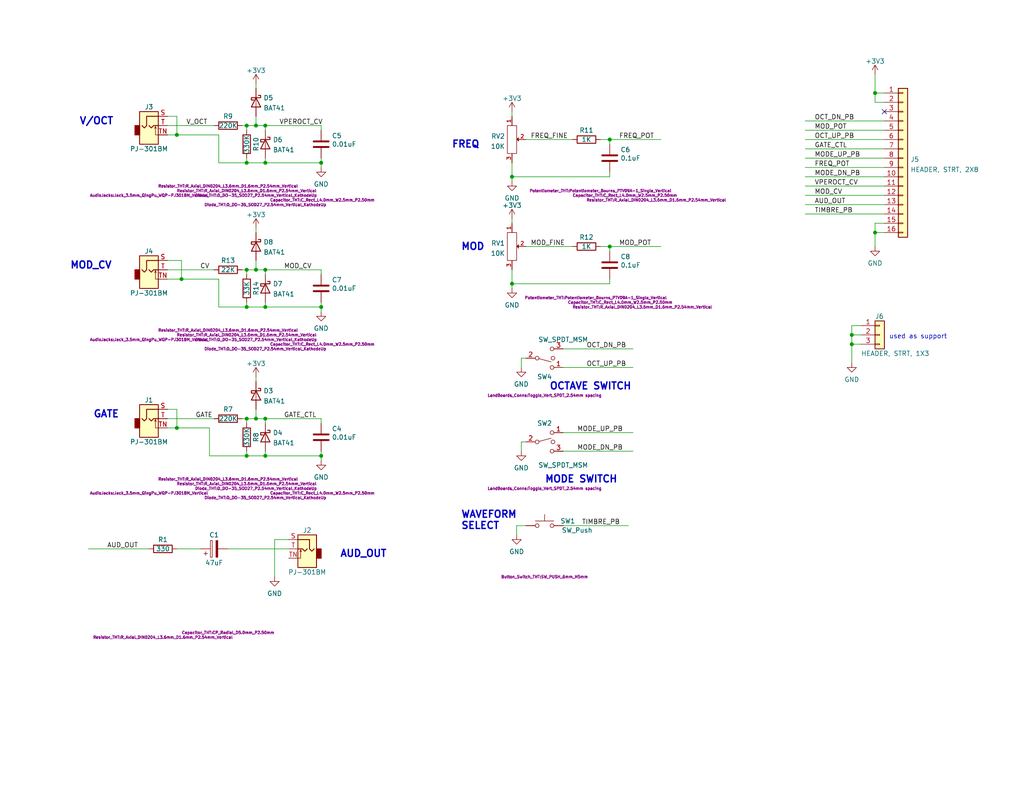
<source format=kicad_sch>
(kicad_sch (version 20211123) (generator eeschema)
  (paper "A")
  (title_block (title "VCO CONTROL PANEL") (date "2022-10-17") (rev "1") (company "LAND BOARDS LLC") (comment 1 "https://note.com/solder_state/n/nca6a1dec3921"))
  (lib_symbols
    (symbol "Connector:AudioJack2_SwitchT"
      (property "Reference" "J" (at 0 8.89 0))
      (property "Value" "AudioJack2_SwitchT" (at 0 6.35 0))
      (symbol "AudioJack2_SwitchT_0_1"
        (rectangle (start -2.54 0) (end -3.81 -2.54) (stroke (width 0.254)) (fill (type outline)))
        (polyline (pts (xy 1.778 -0.254) (xy 2.032 -0.762)))
        (polyline (pts (xy 0 0) (xy 0.635 -0.635) (xy 1.27 0) (xy 2.54 0)) (stroke (width 0.254)))
        (polyline (pts (xy 2.54 -2.54) (xy 1.778 -2.54) (xy 1.778 -0.254) (xy 1.524 -0.762)))
        (polyline (pts (xy 2.54 2.54) (xy -0.635 2.54) (xy -0.635 0) (xy -1.27 -0.635) (xy -1.905 0)) (stroke (width 0.254)))
        (rectangle (start 2.54 3.81) (end -2.54 -5.08) (stroke (width 0.254)) (fill (type background)))
      )
      (symbol "AudioJack2_SwitchT_1_1"
        (pin passive line (at 5.08 2.54 180) (length 2.54) (name "~") (number "S"))
        (pin passive line (at 5.08 0 180) (length 2.54) (name "~") (number "T"))
        (pin passive line (at 5.08 -2.54 180) (length 2.54) (name "~") (number "TN"))
      )
    )
    (symbol "Connector_Generic:Conn_01x03" (pin_names (offset 1.016) hide)
      (property "Reference" "J" (at 0 5.08 0))
      (property "Value" "Conn_01x03" (at 0 -5.08 0))
      (symbol "Conn_01x03_1_1"
        (rectangle (start -1.27 -2.413) (end 0 -2.667) (stroke (width 0.1524)))
        (rectangle (start -1.27 0.127) (end 0 -0.127) (stroke (width 0.1524)))
        (rectangle (start -1.27 2.667) (end 0 2.413) (stroke (width 0.1524)))
        (rectangle (start -1.27 3.81) (end 1.27 -3.81) (stroke (width 0.254)) (fill (type background)))
        (pin passive line (at -5.08 2.54 0) (length 3.81) (name "Pin_1") (number "1"))
        (pin passive line (at -5.08 0 0) (length 3.81) (name "Pin_2") (number "2"))
        (pin passive line (at -5.08 -2.54 0) (length 3.81) (name "Pin_3") (number "3"))
      )
    )
    (symbol "Connector_Generic:Conn_01x16" (pin_names (offset 1.016) hide)
      (property "Reference" "J" (at 0 20.32 0))
      (property "Value" "Conn_01x16" (at 0 -22.86 0))
      (symbol "Conn_01x16_1_1"
        (rectangle (start -1.27 -20.193) (end 0 -20.447) (stroke (width 0.1524)))
        (rectangle (start -1.27 -17.653) (end 0 -17.907) (stroke (width 0.1524)))
        (rectangle (start -1.27 -15.113) (end 0 -15.367) (stroke (width 0.1524)))
        (rectangle (start -1.27 -12.573) (end 0 -12.827) (stroke (width 0.1524)))
        (rectangle (start -1.27 -10.033) (end 0 -10.287) (stroke (width 0.1524)))
        (rectangle (start -1.27 -7.493) (end 0 -7.747) (stroke (width 0.1524)))
        (rectangle (start -1.27 -4.953) (end 0 -5.207) (stroke (width 0.1524)))
        (rectangle (start -1.27 -2.413) (end 0 -2.667) (stroke (width 0.1524)))
        (rectangle (start -1.27 0.127) (end 0 -0.127) (stroke (width 0.1524)))
        (rectangle (start -1.27 2.667) (end 0 2.413) (stroke (width 0.1524)))
        (rectangle (start -1.27 5.207) (end 0 4.953) (stroke (width 0.1524)))
        (rectangle (start -1.27 7.747) (end 0 7.493) (stroke (width 0.1524)))
        (rectangle (start -1.27 10.287) (end 0 10.033) (stroke (width 0.1524)))
        (rectangle (start -1.27 12.827) (end 0 12.573) (stroke (width 0.1524)))
        (rectangle (start -1.27 15.367) (end 0 15.113) (stroke (width 0.1524)))
        (rectangle (start -1.27 17.907) (end 0 17.653) (stroke (width 0.1524)))
        (rectangle (start -1.27 19.05) (end 1.27 -21.59) (stroke (width 0.254)) (fill (type background)))
        (pin passive line (at -5.08 17.78 0) (length 3.81) (name "Pin_1") (number "1"))
        (pin passive line (at -5.08 -5.08 0) (length 3.81) (name "Pin_10") (number "10"))
        (pin passive line (at -5.08 -7.62 0) (length 3.81) (name "Pin_11") (number "11"))
        (pin passive line (at -5.08 -10.16 0) (length 3.81) (name "Pin_12") (number "12"))
        (pin passive line (at -5.08 -12.7 0) (length 3.81) (name "Pin_13") (number "13"))
        (pin passive line (at -5.08 -15.24 0) (length 3.81) (name "Pin_14") (number "14"))
        (pin passive line (at -5.08 -17.78 0) (length 3.81) (name "Pin_15") (number "15"))
        (pin passive line (at -5.08 -20.32 0) (length 3.81) (name "Pin_16") (number "16"))
        (pin passive line (at -5.08 15.24 0) (length 3.81) (name "Pin_2") (number "2"))
        (pin passive line (at -5.08 12.7 0) (length 3.81) (name "Pin_3") (number "3"))
        (pin passive line (at -5.08 10.16 0) (length 3.81) (name "Pin_4") (number "4"))
        (pin passive line (at -5.08 7.62 0) (length 3.81) (name "Pin_5") (number "5"))
        (pin passive line (at -5.08 5.08 0) (length 3.81) (name "Pin_6") (number "6"))
        (pin passive line (at -5.08 2.54 0) (length 3.81) (name "Pin_7") (number "7"))
        (pin passive line (at -5.08 0 0) (length 3.81) (name "Pin_8") (number "8"))
        (pin passive line (at -5.08 -2.54 0) (length 3.81) (name "Pin_9") (number "9"))
      )
    )
    (symbol "Device:C" (pin_numbers hide) (pin_names (offset 0.254))
      (property "Reference" "C" (at 0.635 2.54 0))
      (property "Value" "C" (at 0.635 -2.54 0))
      (symbol "C_0_1"
        (polyline (pts (xy -2.032 -0.762) (xy 2.032 -0.762)) (stroke (width 0.508)))
        (polyline (pts (xy -2.032 0.762) (xy 2.032 0.762)) (stroke (width 0.508)))
      )
      (symbol "C_1_1"
        (pin passive line (at 0 3.81 270) (length 2.794) (name "~") (number "1"))
        (pin passive line (at 0 -3.81 90) (length 2.794) (name "~") (number "2"))
      )
    )
    (symbol "Device:C_Polarized" (pin_numbers hide) (pin_names (offset 0.254))
      (property "Reference" "C" (at 0.635 2.54 0))
      (property "Value" "C_Polarized" (at 0.635 -2.54 0))
      (symbol "C_Polarized_0_1"
        (rectangle (start -2.286 0.508) (end 2.286 1.016))
        (polyline (pts (xy -1.778 2.286) (xy -0.762 2.286)))
        (polyline (pts (xy -1.27 2.794) (xy -1.27 1.778)))
        (rectangle (start 2.286 -0.508) (end -2.286 -1.016) (fill (type outline)))
      )
      (symbol "C_Polarized_1_1"
        (pin passive line (at 0 3.81 270) (length 2.794) (name "~") (number "1"))
        (pin passive line (at 0 -3.81 90) (length 2.794) (name "~") (number "2"))
      )
    )
    (symbol "Device:D_Schottky" (pin_numbers hide) (pin_names (offset 1.016) hide)
      (property "Reference" "D" (at 0 2.54 0))
      (property "Value" "D_Schottky" (at 0 -2.54 0))
      (symbol "D_Schottky_0_1"
        (polyline (pts (xy 1.27 0) (xy -1.27 0)))
        (polyline (pts (xy 1.27 1.27) (xy 1.27 -1.27) (xy -1.27 0) (xy 1.27 1.27)) (stroke (width 0.254)))
        (polyline (pts (xy -1.905 0.635) (xy -1.905 1.27) (xy -1.27 1.27) (xy -1.27 -1.27) (xy -0.635 -1.27) (xy -0.635 -0.635)) (stroke (width 0.254)))
      )
      (symbol "D_Schottky_1_1"
        (pin passive line (at -3.81 0 0) (length 2.54) (name "K") (number "1"))
        (pin passive line (at 3.81 0 180) (length 2.54) (name "A") (number "2"))
      )
    )
    (symbol "Device:R" (pin_numbers hide) (pin_names (offset 0))
      (property "Reference" "R" (at 2.032 0 90))
      (property "Value" "R" (at 0 0 90))
      (symbol "R_0_1"
        (rectangle (start -1.016 -2.54) (end 1.016 2.54) (stroke (width 0.254)))
      )
      (symbol "R_1_1"
        (pin passive line (at 0 3.81 270) (length 1.27) (name "~") (number "1"))
        (pin passive line (at 0 -3.81 90) (length 1.27) (name "~") (number "2"))
      )
    )
    (symbol "LandBoards:POT" (pin_names (offset 1.016) hide)
      (property "Reference" "RV" (at 0 -2.54 0))
      (property "Value" "POT" (at 0 0 0))
      (symbol "POT_0_1"
        (rectangle (start -3.81 1.27) (end 3.81 -1.27))
        (polyline (pts (xy 0 1.27) (xy -0.508 1.778) (xy 0.508 1.778)) (fill (type outline)))
      )
      (symbol "POT_1_1"
        (pin passive line (at -6.35 0 0) (length 2.54) (name "1") (number "1"))
        (pin passive line (at 0 3.81 270) (length 2.032) (name "2") (number "2"))
        (pin passive line (at 6.35 0 180) (length 2.54) (name "3") (number "3"))
      )
    )
    (symbol "Switch:SW_Push" (pin_numbers hide) (pin_names (offset 1.016) hide)
      (property "Reference" "SW" (at 1.27 2.54 0))
      (property "Value" "SW_Push" (at 0 -1.524 0))
      (symbol "SW_Push_0_1"
        (circle (center -2.032 0) (radius 0.508))
        (polyline (pts (xy 0 1.27) (xy 0 3.048)))
        (polyline (pts (xy 2.54 1.27) (xy -2.54 1.27)))
        (circle (center 2.032 0) (radius 0.508))
        (pin passive line (at -5.08 0 0) (length 2.54) (name "1") (number "1"))
        (pin passive line (at 5.08 0 180) (length 2.54) (name "2") (number "2"))
      )
    )
    (symbol "Switch:SW_SPDT_MSM" (pin_names (offset 0) hide)
      (property "Reference" "SW" (at 0 5.08 0))
      (property "Value" "SW_SPDT_MSM" (at 0 -5.08 0))
      (symbol "SW_SPDT_MSM_0_0"
        (circle (center -2.032 0) (radius 0.508))
        (polyline (pts (xy -1.524 0.127) (xy 1.778 1.016)))
        (circle (center 2.032 -2.54) (radius 0.508))
      )
      (symbol "SW_SPDT_MSM_0_1"
        (circle (center 2.032 2.54) (radius 0.508))
        (circle (center 2.286 0) (radius 0.508))
      )
      (symbol "SW_SPDT_MSM_1_1"
        (pin passive line (at 5.08 2.54 180) (length 2.54) (name "1") (number "1"))
        (pin passive line (at -5.08 0 0) (length 2.54) (name "2") (number "2"))
        (pin passive line (at 5.08 -2.54 180) (length 2.54) (name "3") (number "3"))
      )
    )
    (symbol "power:+3.3V" (power) (pin_names (offset 0))
      (property "Value" "+3.3V" (at 0 3.556 0))
      (symbol "+3.3V_0_1"
        (polyline (pts (xy -0.762 1.27) (xy 0 2.54)))
        (polyline (pts (xy 0 0) (xy 0 2.54)))
        (polyline (pts (xy 0 2.54) (xy 0.762 1.27)))
      )
      (symbol "+3.3V_1_1"
        (pin power_in line (at 0 0 90) (length 0) hide (name "+3V3") (number "1"))
      )
    )
    (symbol "power:GND" (power) (pin_names (offset 0))
      (property "Value" "GND" (at 0 -3.81 0))
      (symbol "GND_0_1"
        (polyline (pts (xy 0 0) (xy 0 -1.27) (xy 1.27 -1.27) (xy 0 -2.54) (xy -1.27 -1.27) (xy 0 -1.27)))
      )
      (symbol "GND_1_1"
        (pin power_in line (at 0 0 270) (length 0) hide (name "GND") (number "1"))
      )
    )
  )
  (junction (at 67.31 44.45))
  (junction (at 87.63 83.82))
  (junction (at 67.31 114.3))
  (junction (at 166.37 38.1))
  (junction (at 232.41 93.98))
  (junction (at 67.31 73.66))
  (junction (at 69.85 34.29))
  (junction (at 238.76 25.4))
  (junction (at 48.26 36.83))
  (junction (at 67.31 83.82))
  (junction (at 67.31 34.29))
  (junction (at 232.41 91.44))
  (junction (at 87.63 44.45))
  (junction (at 87.63 124.46))
  (junction (at 72.39 44.45))
  (junction (at 72.39 114.3))
  (junction (at 69.85 114.3))
  (junction (at 72.39 83.82))
  (junction (at 166.37 67.31))
  (junction (at 139.7 48.26))
  (junction (at 49.53 76.2))
  (junction (at 238.76 63.5))
  (junction (at 72.39 34.29))
  (junction (at 67.31 124.46))
  (junction (at 72.39 124.46))
  (junction (at 48.26 116.84))
  (junction (at 69.85 73.66))
  (junction (at 72.39 73.66))
  (junction (at 139.7 77.47))
  (no_connect (at 241.3 30.48))
  (wire (pts (xy 67.31 73.66) (xy 69.85 73.66)))
  (wire (pts (xy 143.51 38.1) (xy 156.21 38.1)))
  (wire (pts (xy 241.3 27.94) (xy 238.76 27.94)))
  (wire (pts (xy 139.7 48.26) (xy 139.7 44.45)))
  (wire (pts (xy 219.71 50.8) (xy 241.3 50.8)))
  (wire (pts (xy 59.69 36.83) (xy 48.26 36.83)))
  (wire (pts (xy 153.67 95.25) (xy 172.72 95.25)))
  (wire (pts (xy 69.85 31.75) (xy 69.85 34.29)))
  (wire (pts (xy 219.71 33.02) (xy 241.3 33.02)))
  (wire (pts (xy 72.39 34.29) (xy 72.39 35.56)))
  (wire (pts (xy 69.85 34.29) (xy 72.39 34.29)))
  (wire (pts (xy 72.39 114.3) (xy 72.39 115.57)))
  (wire (pts (xy 232.41 88.9) (xy 232.41 91.44)))
  (wire (pts (xy 238.76 60.96) (xy 241.3 60.96)))
  (wire (pts (xy 45.72 31.75) (xy 48.26 31.75)))
  (wire (pts (xy 69.85 71.12) (xy 69.85 73.66)))
  (wire (pts (xy 45.72 111.76) (xy 48.26 111.76)))
  (wire (pts (xy 238.76 67.31) (xy 238.76 63.5)))
  (wire (pts (xy 49.53 71.12) (xy 49.53 76.2)))
  (wire (pts (xy 67.31 44.45) (xy 67.31 43.18)))
  (wire (pts (xy 153.67 100.33) (xy 172.72 100.33)))
  (wire (pts (xy 139.7 59.69) (xy 139.7 60.96)))
  (wire (pts (xy 66.04 34.29) (xy 67.31 34.29)))
  (wire (pts (xy 67.31 124.46) (xy 67.31 123.19)))
  (wire (pts (xy 72.39 83.82) (xy 67.31 83.82)))
  (wire (pts (xy 45.72 114.3) (xy 58.42 114.3)))
  (wire (pts (xy 48.26 116.84) (xy 57.15 116.84)))
  (wire (pts (xy 59.69 76.2) (xy 49.53 76.2)))
  (wire (pts (xy 72.39 123.19) (xy 72.39 124.46)))
  (wire (pts (xy 48.26 31.75) (xy 48.26 36.83)))
  (wire (pts (xy 166.37 38.1) (xy 166.37 39.37)))
  (wire (pts (xy 87.63 83.82) (xy 87.63 85.09)))
  (wire (pts (xy 45.72 71.12) (xy 49.53 71.12)))
  (wire (pts (xy 219.71 48.26) (xy 241.3 48.26)))
  (wire (pts (xy 234.95 88.9) (xy 232.41 88.9)))
  (wire (pts (xy 57.15 124.46) (xy 67.31 124.46)))
  (wire (pts (xy 166.37 38.1) (xy 180.34 38.1)))
  (wire (pts (xy 87.63 34.29) (xy 72.39 34.29)))
  (wire (pts (xy 166.37 76.2) (xy 166.37 77.47)))
  (wire (pts (xy 62.23 149.86) (xy 78.74 149.86)))
  (wire (pts (xy 87.63 82.55) (xy 87.63 83.82)))
  (wire (pts (xy 87.63 44.45) (xy 87.63 45.72)))
  (wire (pts (xy 219.71 43.18) (xy 241.3 43.18)))
  (wire (pts (xy 67.31 73.66) (xy 67.31 74.93)))
  (wire (pts (xy 72.39 124.46) (xy 67.31 124.46)))
  (wire (pts (xy 87.63 73.66) (xy 72.39 73.66)))
  (wire (pts (xy 232.41 93.98) (xy 234.95 93.98)))
  (wire (pts (xy 72.39 73.66) (xy 72.39 74.93)))
  (wire (pts (xy 87.63 35.56) (xy 87.63 34.29)))
  (wire (pts (xy 72.39 124.46) (xy 87.63 124.46)))
  (wire (pts (xy 69.85 22.86) (xy 69.85 24.13)))
  (wire (pts (xy 219.71 55.88) (xy 241.3 55.88)))
  (wire (pts (xy 72.39 82.55) (xy 72.39 83.82)))
  (wire (pts (xy 238.76 25.4) (xy 238.76 20.32)))
  (wire (pts (xy 45.72 34.29) (xy 58.42 34.29)))
  (wire (pts (xy 59.69 44.45) (xy 59.69 36.83)))
  (wire (pts (xy 163.83 38.1) (xy 166.37 38.1)))
  (wire (pts (xy 87.63 74.93) (xy 87.63 73.66)))
  (wire (pts (xy 45.72 73.66) (xy 58.42 73.66)))
  (wire (pts (xy 166.37 67.31) (xy 180.34 67.31)))
  (wire (pts (xy 67.31 34.29) (xy 69.85 34.29)))
  (wire (pts (xy 153.67 123.19) (xy 172.72 123.19)))
  (wire (pts (xy 48.26 149.86) (xy 54.61 149.86)))
  (wire (pts (xy 69.85 111.76) (xy 69.85 114.3)))
  (wire (pts (xy 139.7 49.53) (xy 139.7 48.26)))
  (wire (pts (xy 45.72 116.84) (xy 48.26 116.84)))
  (wire (pts (xy 24.13 149.86) (xy 40.64 149.86)))
  (wire (pts (xy 67.31 83.82) (xy 59.69 83.82)))
  (wire (pts (xy 57.15 116.84) (xy 57.15 124.46)))
  (wire (pts (xy 232.41 91.44) (xy 232.41 93.98)))
  (wire (pts (xy 69.85 73.66) (xy 72.39 73.66)))
  (wire (pts (xy 72.39 44.45) (xy 87.63 44.45)))
  (wire (pts (xy 49.53 76.2) (xy 45.72 76.2)))
  (wire (pts (xy 139.7 77.47) (xy 139.7 73.66)))
  (wire (pts (xy 66.04 73.66) (xy 67.31 73.66)))
  (wire (pts (xy 143.51 67.31) (xy 156.21 67.31)))
  (wire (pts (xy 219.71 53.34) (xy 241.3 53.34)))
  (wire (pts (xy 142.24 120.65) (xy 143.51 120.65)))
  (wire (pts (xy 238.76 63.5) (xy 238.76 60.96)))
  (wire (pts (xy 142.24 100.33) (xy 142.24 97.79)))
  (wire (pts (xy 219.71 38.1) (xy 241.3 38.1)))
  (wire (pts (xy 238.76 27.94) (xy 238.76 25.4)))
  (wire (pts (xy 166.37 46.99) (xy 166.37 48.26)))
  (wire (pts (xy 219.71 35.56) (xy 241.3 35.56)))
  (wire (pts (xy 139.7 30.48) (xy 139.7 31.75)))
  (wire (pts (xy 67.31 44.45) (xy 59.69 44.45)))
  (wire (pts (xy 87.63 114.3) (xy 72.39 114.3)))
  (wire (pts (xy 163.83 67.31) (xy 166.37 67.31)))
  (wire (pts (xy 67.31 83.82) (xy 67.31 82.55)))
  (wire (pts (xy 87.63 123.19) (xy 87.63 124.46)))
  (wire (pts (xy 48.26 36.83) (xy 45.72 36.83)))
  (wire (pts (xy 238.76 25.4) (xy 241.3 25.4)))
  (wire (pts (xy 69.85 102.87) (xy 69.85 104.14)))
  (wire (pts (xy 139.7 48.26) (xy 166.37 48.26)))
  (wire (pts (xy 72.39 44.45) (xy 67.31 44.45)))
  (wire (pts (xy 74.93 147.32) (xy 78.74 147.32)))
  (wire (pts (xy 153.67 143.51) (xy 171.45 143.51)))
  (wire (pts (xy 69.85 62.23) (xy 69.85 63.5)))
  (wire (pts (xy 219.71 58.42) (xy 241.3 58.42)))
  (wire (pts (xy 69.85 114.3) (xy 72.39 114.3)))
  (wire (pts (xy 219.71 45.72) (xy 241.3 45.72)))
  (wire (pts (xy 142.24 97.79) (xy 143.51 97.79)))
  (wire (pts (xy 153.67 118.11) (xy 172.72 118.11)))
  (wire (pts (xy 140.97 143.51) (xy 143.51 143.51)))
  (wire (pts (xy 139.7 77.47) (xy 166.37 77.47)))
  (wire (pts (xy 74.93 157.48) (xy 74.93 147.32)))
  (wire (pts (xy 59.69 83.82) (xy 59.69 76.2)))
  (wire (pts (xy 87.63 43.18) (xy 87.63 44.45)))
  (wire (pts (xy 140.97 143.51) (xy 140.97 146.05)))
  (wire (pts (xy 142.24 123.19) (xy 142.24 120.65)))
  (wire (pts (xy 232.41 93.98) (xy 232.41 99.06)))
  (wire (pts (xy 48.26 111.76) (xy 48.26 116.84)))
  (wire (pts (xy 72.39 83.82) (xy 87.63 83.82)))
  (wire (pts (xy 67.31 34.29) (xy 67.31 35.56)))
  (wire (pts (xy 72.39 43.18) (xy 72.39 44.45)))
  (wire (pts (xy 234.95 91.44) (xy 232.41 91.44)))
  (wire (pts (xy 219.71 40.64) (xy 241.3 40.64)))
  (wire (pts (xy 87.63 115.57) (xy 87.63 114.3)))
  (wire (pts (xy 166.37 67.31) (xy 166.37 68.58)))
  (wire (pts (xy 67.31 114.3) (xy 67.31 115.57)))
  (wire (pts (xy 87.63 124.46) (xy 87.63 125.73)))
  (wire (pts (xy 66.04 114.3) (xy 67.31 114.3)))
  (wire (pts (xy 67.31 114.3) (xy 69.85 114.3)))
  (wire (pts (xy 238.76 63.5) (xy 241.3 63.5)))
  (wire (pts (xy 139.7 78.74) (xy 139.7 77.47)))
  (text "OCTAVE SWITCH" (at 149.86 106.68 0) (effects (font (size 1.905 1.905) (thickness 0.381) bold) (justify left bottom)))
  (text "GATE" (at 25.4 114.3 0) (effects (font (size 1.905 1.905) (thickness 0.381) bold) (justify left bottom)))
  (text "used as support" (at 242.57 92.71 0) (effects (font (size 1.27 1.27)) (justify left bottom)))
  (text "V/OCT" (at 21.59 34.29 0) (effects (font (size 1.905 1.905) (thickness 0.381) bold) (justify left bottom)))
  (text "MOD_CV" (at 19.05 73.66 0) (effects (font (size 1.905 1.905) (thickness 0.381) bold) (justify left bottom)))
  (text "FREQ" (at 123.19 40.64 0) (effects (font (size 1.905 1.905) (thickness 0.381) bold) (justify left bottom)))
  (text "MODE SWITCH" (at 148.59 132.08 0) (effects (font (size 1.905 1.905) (thickness 0.381) bold) (justify left bottom)))
  (text "WAVEFORM\nSELECT" (at 125.73 144.78 0) (effects (font (size 1.905 1.905) (thickness 0.381) bold) (justify left bottom)))
  (text "MOD" (at 125.73 68.58 0) (effects (font (size 1.905 1.905) (thickness 0.381) bold) (justify left bottom)))
  (text "AUD_OUT" (at 92.71 152.4 0) (effects (font (size 1.905 1.905) (thickness 0.381) bold) (justify left bottom)))
  (label "GATE_CTL" (at 77.47 114.3 0))
  (label "V_OCT" (at 50.8 34.29 0))
  (label "FREQ_POT" (at 222.25 45.72 0))
  (label "MOD_CV" (at 77.47 73.66 0))
  (label "FREQ_POT" (at 168.91 38.1 0))
  (label "MOD_FINE" (at 144.78 67.31 0))
  (label "MOD_POT" (at 222.25 35.56 0))
  (label "OCT_DN_PB" (at 222.25 33.02 0))
  (label "AUD_OUT" (at 29.21 149.86 0))
  (label "MODE_DN_PB" (at 222.25 48.26 0))
  (label "MOD_POT" (at 168.91 67.31 0))
  (label "TIMBRE_PB" (at 158.75 143.51 0))
  (label "MOD_CV" (at 222.25 53.34 0))
  (label "OCT_UP_PB" (at 222.25 38.1 0))
  (label "GATE_CTL" (at 222.25 40.64 0))
  (label "MODE_UP_PB" (at 222.25 43.18 0))
  (label "VPEROCT_CV" (at 76.2 34.29 0))
  (label "OCT_DN_PB" (at 160.02 95.25 0))
  (label "CV" (at 54.61 73.66 0))
  (label "FREQ_FINE" (at 144.78 38.1 0))
  (label "MODE_UP_PB" (at 157.48 118.11 0))
  (label "GATE" (at 53.34 114.3 0))
  (label "VPEROCT_CV" (at 222.25 50.8 0))
  (label "AUD_OUT" (at 222.25 55.88 0))
  (label "TIMBRE_PB" (at 222.25 58.42 0))
  (label "OCT_UP_PB" (at 160.02 100.33 0))
  (label "MODE_DN_PB" (at 157.48 123.19 0))
  (symbol (lib_id "LandBoards:POT") (at 139.7 67.31 270) (unit 1)
    (property "Reference" "RV1" (at 137.795 66.4015 90) (effects (justify right)))
    (property "Value" "10K" (at 137.795 69.1766 90) (effects (justify right)))
    (property "Footprint" "Potentiometer_THT:Potentiometer_Bourns_PTV09A-1_Single_Vertical" (at 162.56 81.28 90) (effects (font (size 0.762 0.762) bold)))
  )
  (symbol (lib_id "Device:C") (at 87.63 78.74 0) (unit 1)
    (property "Reference" "C7" (at 90.551 76.4286 0) (effects (justify left)))
    (property "Value" "0.01uF" (at 90.551 78.74 0) (effects (justify left)))
    (property "Footprint" "Capacitor_THT:C_Rect_L4.0mm_W2.5mm_P2.50mm" (at 73.66 93.98 0) (effects (font (size 0.762 0.762)) (justify left)))
  )
  (symbol (lib_id "power:GND") (at 139.7 78.74 0) (unit 1)
    (property "Reference" "#PWR0109" (effects hide))
    (property "Value" "GND" (at 139.7 83.3025 0))
  )
  (symbol (lib_id "power:GND") (at 232.41 99.06 0) (unit 1)
    (property "Reference" "#PWR0114" (effects hide))
    (property "Value" "GND" (at 232.41 103.6225 0))
  )
  (symbol (lib_id "Connector_Generic:Conn_01x03") (at 240.03 91.44 0) (unit 1)
    (property "Reference" "J6" (at 238.76 86.36 0) (effects (justify left)))
    (property "Value" "HEADER, STRT, 1X3" (at 234.95 96.52 0) (effects (justify left)))
    (property "Footprint" "Connector_PinHeader_2.54mm:PinHeader_1x03_P2.54mm_Vertical" (effects hide))
  )
  (symbol (lib_id "power:GND") (at 87.63 125.73 0) (unit 1)
    (property "Reference" "#PWR0131" (effects hide))
    (property "Value" "GND" (at 87.63 130.2925 0))
  )
  (symbol (lib_id "Device:R") (at 62.23 73.66 90) (unit 1)
    (property "Reference" "R13" (at 62.23 71.12 90))
    (property "Value" "22K" (at 62.23 73.66 90))
    (property "Footprint" "Resistor_THT:R_Axial_DIN0204_L3.6mm_D1.6mm_P2.54mm_Vertical" (at 62.23 90.17 90) (effects (font (size 0.762 0.762))))
  )
  (symbol (lib_id "Device:R") (at 160.02 38.1 90) (unit 1)
    (property "Reference" "R11" (at 160.02 35.56 90))
    (property "Value" "1K" (at 160.02 38.1 90))
    (property "Footprint" "Resistor_THT:R_Axial_DIN0204_L3.6mm_D1.6mm_P2.54mm_Vertical" (at 179.07 54.61 90) (effects (font (size 0.762 0.762))))
  )
  (symbol (lib_id "power:GND") (at 87.63 85.09 0) (unit 1)
    (property "Reference" "#PWR0101" (effects hide))
    (property "Value" "GND" (at 87.63 89.6525 0))
  )
  (symbol (lib_id "power:+3.3V") (at 69.85 62.23 0) (unit 1)
    (property "Reference" "#PWR0102" (effects hide))
    (property "Value" "+3.3V" (at 69.85 58.6255 0))
  )
  (symbol (lib_id "Device:C") (at 166.37 43.18 0) (unit 1)
    (property "Reference" "C6" (at 169.291 40.8686 0) (effects (justify left)))
    (property "Value" "0.1uF" (at 169.291 43.18 0) (effects (justify left)))
    (property "Footprint" "Capacitor_THT:C_Rect_L4.0mm_W2.5mm_P2.50mm" (at 156.21 53.34 0) (effects (font (size 0.762 0.762)) (justify left)))
  )
  (symbol (lib_id "Device:R") (at 62.23 34.29 90) (unit 1)
    (property "Reference" "R9" (at 62.23 31.75 90))
    (property "Value" "220K" (at 62.23 34.29 90))
    (property "Footprint" "Resistor_THT:R_Axial_DIN0204_L3.6mm_D1.6mm_P2.54mm_Vertical" (at 62.23 50.8 90) (effects (font (size 0.762 0.762))))
  )
  (symbol (lib_id "Connector:AudioJack2_SwitchT") (at 83.82 149.86 0) (mirror y) (unit 1)
    (property "Reference" "J2" (at 83.82 144.78 0))
    (property "Value" "PJ-301BM" (at 83.82 156.21 0))
    (property "Footprint" "AudioJacks:Jack_3.5mm_QingPu_WQP-PJ301BM_Vertical" (effects hide))
    (property "Datasheet" "https://store.synthrotek.com/3_point_5mm_Vertical_Mount_Jacks" (effects hide))
  )
  (symbol (lib_id "power:GND") (at 238.76 67.31 0) (unit 1)
    (property "Reference" "#PWR0104" (effects hide))
    (property "Value" "GND" (at 238.76 71.8725 0))
  )
  (symbol (lib_id "Device:D_Schottky") (at 69.85 27.94 270) (unit 1)
    (property "Reference" "D5" (at 71.882 26.714 90) (effects (justify left)))
    (property "Value" "BAT41" (at 71.882 29.4891 90) (effects (justify left)))
    (property "Footprint" "Diode_THT:D_DO-35_SOD27_P2.54mm_Vertical_KathodeUp" (at 69.85 53.34 90) (effects (font (size 0.762 0.762))))
  )
  (symbol (lib_id "Connector:AudioJack2_SwitchT") (at 40.64 73.66 0) (unit 1)
    (property "Reference" "J4" (at 40.64 68.58 0))
    (property "Value" "PJ-301BM" (at 40.64 80.01 0))
    (property "Footprint" "AudioJacks:Jack_3.5mm_QingPu_WQP-PJ301BM_Vertical" (at 40.64 92.71 0) (effects (font (size 0.762 0.762))))
    (property "Datasheet" "https://store.synthrotek.com/3_point_5mm_Vertical_Mount_Jacks" (effects hide))
  )
  (symbol (lib_id "Switch:SW_SPDT_MSM") (at 148.59 97.79 0) (mirror x) (unit 1)
    (property "Reference" "SW4" (at 148.59 102.87 0))
    (property "Value" "SW_SPDT_MSM" (at 153.67 92.71 0))
    (property "Footprint" "LandBoards_Conns:Toggle_Vert_SPDT_2.54mm spacing" (at 148.59 107.95 0) (effects (font (size 0.762 0.762))))
  )
  (symbol (lib_id "power:GND") (at 142.24 100.33 0) (unit 1)
    (property "Reference" "#PWR0112" (effects hide))
    (property "Value" "GND" (at 142.24 104.8925 0))
  )
  (symbol (lib_id "Device:D_Schottky") (at 72.39 119.38 270) (unit 1)
    (property "Reference" "D4" (at 74.422 118.154 90) (effects (justify left)))
    (property "Value" "BAT41" (at 74.422 120.9291 90) (effects (justify left)))
    (property "Footprint" "Diode_THT:D_DO-35_SOD27_P2.54mm_Vertical_KathodeUp" (at 72.39 135.89 90) (effects (font (size 0.762 0.762))))
  )
  (symbol (lib_id "power:GND") (at 140.97 146.05 0) (unit 1)
    (property "Reference" "#PWR0107" (effects hide))
    (property "Value" "GND" (at 140.97 150.6125 0))
  )
  (symbol (lib_id "Device:R") (at 67.31 39.37 180) (unit 1)
    (property "Reference" "R10" (at 69.85 39.37 90))
    (property "Value" "330K" (at 67.31 39.37 90))
    (property "Footprint" "Resistor_THT:R_Axial_DIN0204_L3.6mm_D1.6mm_P2.54mm_Vertical" (at 67.31 52.07 0) (effects (font (size 0.762 0.762))))
  )
  (symbol (lib_id "Switch:SW_Push") (at 148.59 143.51 0) (unit 1)
    (property "Reference" "SW1" (at 154.94 142.24 0))
    (property "Value" "SW_Push" (at 157.48 144.78 0))
    (property "Footprint" "Button_Switch_THT:SW_PUSH_6mm_H5mm" (at 148.59 157.48 0) (effects (font (size 0.762 0.762))))
  )
  (symbol (lib_id "Device:C") (at 166.37 72.39 0) (unit 1)
    (property "Reference" "C8" (at 169.291 70.0786 0) (effects (justify left)))
    (property "Value" "0.1uF" (at 169.291 72.39 0) (effects (justify left)))
    (property "Footprint" "Capacitor_THT:C_Rect_L4.0mm_W2.5mm_P2.50mm" (at 154.94 82.55 0) (effects (font (size 0.762 0.762)) (justify left)))
  )
  (symbol (lib_id "Switch:SW_SPDT_MSM") (at 148.59 120.65 0) (unit 1)
    (property "Reference" "SW2" (at 148.59 115.57 0))
    (property "Value" "SW_SPDT_MSM" (at 153.67 127 0))
    (property "Footprint" "LandBoards_Conns:Toggle_Vert_SPDT_2.54mm spacing" (at 148.59 133.35 0) (effects (font (size 0.762 0.762))))
  )
  (symbol (lib_id "Device:R") (at 67.31 119.38 180) (unit 1)
    (property "Reference" "R8" (at 69.85 119.38 90))
    (property "Value" "330K" (at 67.31 119.38 90))
    (property "Footprint" "Resistor_THT:R_Axial_DIN0204_L3.6mm_D1.6mm_P2.54mm_Vertical" (at 67.31 132.08 0) (effects (font (size 0.762 0.762))))
  )
  (symbol (lib_id "power:+3.3V") (at 139.7 59.69 0) (unit 1)
    (property "Reference" "#PWR0110" (effects hide))
    (property "Value" "+3.3V" (at 139.7 56.0855 0))
  )
  (symbol (lib_id "Connector:AudioJack2_SwitchT") (at 40.64 34.29 0) (unit 1)
    (property "Reference" "J3" (at 40.64 29.21 0))
    (property "Value" "PJ-301BM" (at 40.64 40.64 0))
    (property "Footprint" "AudioJacks:Jack_3.5mm_QingPu_WQP-PJ301BM_Vertical" (at 40.64 53.34 0) (effects (font (size 0.762 0.762))))
    (property "Datasheet" "https://store.synthrotek.com/3_point_5mm_Vertical_Mount_Jacks" (effects hide))
  )
  (symbol (lib_id "power:+3.3V") (at 69.85 102.87 0) (unit 1)
    (property "Reference" "#PWR0132" (effects hide))
    (property "Value" "+3.3V" (at 69.85 99.2655 0))
  )
  (symbol (lib_id "Device:C") (at 87.63 39.37 0) (unit 1)
    (property "Reference" "C5" (at 90.551 37.0586 0) (effects (justify left)))
    (property "Value" "0.01uF" (at 90.551 39.37 0) (effects (justify left)))
    (property "Footprint" "Capacitor_THT:C_Rect_L4.0mm_W2.5mm_P2.50mm" (at 73.66 54.61 0) (effects (font (size 0.762 0.762)) (justify left)))
  )
  (symbol (lib_id "Device:R") (at 67.31 78.74 180) (unit 1)
    (property "Reference" "R14" (at 69.85 78.74 90))
    (property "Value" "33K" (at 67.31 78.74 90))
    (property "Footprint" "Resistor_THT:R_Axial_DIN0204_L3.6mm_D1.6mm_P2.54mm_Vertical" (at 67.31 91.44 0) (effects (font (size 0.762 0.762))))
  )
  (symbol (lib_id "Device:R") (at 160.02 67.31 90) (unit 1)
    (property "Reference" "R12" (at 160.02 64.77 90))
    (property "Value" "1K" (at 160.02 67.31 90))
    (property "Footprint" "Resistor_THT:R_Axial_DIN0204_L3.6mm_D1.6mm_P2.54mm_Vertical" (at 175.26 83.82 90) (effects (font (size 0.762 0.762))))
  )
  (symbol (lib_id "Device:C") (at 87.63 119.38 0) (unit 1)
    (property "Reference" "C4" (at 90.551 117.0686 0) (effects (justify left)))
    (property "Value" "0.01uF" (at 90.551 119.38 0) (effects (justify left)))
    (property "Footprint" "Capacitor_THT:C_Rect_L4.0mm_W2.5mm_P2.50mm" (at 73.66 134.62 0) (effects (font (size 0.762 0.762)) (justify left)))
  )
  (symbol (lib_id "power:GND") (at 74.93 157.48 0) (unit 1)
    (property "Reference" "#PWR0105" (effects hide))
    (property "Value" "GND" (at 74.93 162.0425 0))
  )
  (symbol (lib_id "Device:D_Schottky") (at 69.85 67.31 270) (unit 1)
    (property "Reference" "D8" (at 71.882 66.084 90) (effects (justify left)))
    (property "Value" "BAT41" (at 71.882 68.8591 90) (effects (justify left)))
    (property "Footprint" "Diode_THT:D_DO-35_SOD27_P2.54mm_Vertical_KathodeUp" (at 69.85 92.71 90) (effects (font (size 0.762 0.762))))
  )
  (symbol (lib_id "Device:D_Schottky") (at 72.39 78.74 270) (unit 1)
    (property "Reference" "D7" (at 74.422 77.514 90) (effects (justify left)))
    (property "Value" "BAT41" (at 74.422 80.2891 90) (effects (justify left)))
    (property "Footprint" "Diode_THT:D_DO-35_SOD27_P2.54mm_Vertical_KathodeUp" (at 72.39 95.25 90) (effects (font (size 0.762 0.762))))
  )
  (symbol (lib_id "power:+3.3V") (at 238.76 20.32 0) (unit 1)
    (property "Reference" "#PWR0113" (effects hide))
    (property "Value" "+3.3V" (at 238.76 16.7155 0))
  )
  (symbol (lib_id "power:+3.3V") (at 139.7 30.48 0) (unit 1)
    (property "Reference" "#PWR0108" (effects hide))
    (property "Value" "+3.3V" (at 139.7 26.8755 0))
  )
  (symbol (lib_id "Device:C_Polarized") (at 58.42 149.86 90) (unit 1)
    (property "Reference" "C1" (at 58.42 146.05 90))
    (property "Value" "47uF" (at 58.42 153.67 90))
    (property "Footprint" "Capacitor_THT:CP_Radial_D5.0mm_P2.50mm" (at 62.23 172.72 90) (effects (font (size 0.762 0.762))))
    (property "Datasheet" "https://www.mouser.com/ProductDetail/140-REA470M1CBK0511P" (effects hide))
  )
  (symbol (lib_id "Device:R") (at 62.23 114.3 90) (unit 1)
    (property "Reference" "R7" (at 62.23 111.76 90))
    (property "Value" "220K" (at 62.23 114.3 90))
    (property "Footprint" "Resistor_THT:R_Axial_DIN0204_L3.6mm_D1.6mm_P2.54mm_Vertical" (at 62.23 130.81 90) (effects (font (size 0.762 0.762))))
  )
  (symbol (lib_id "Device:D_Schottky") (at 72.39 39.37 270) (unit 1)
    (property "Reference" "D6" (at 74.422 38.144 90) (effects (justify left)))
    (property "Value" "BAT41" (at 74.422 40.9191 90) (effects (justify left)))
    (property "Footprint" "Diode_THT:D_DO-35_SOD27_P2.54mm_Vertical_KathodeUp" (at 72.39 55.88 90) (effects (font (size 0.762 0.762))))
  )
  (symbol (lib_id "LandBoards:POT") (at 139.7 38.1 270) (unit 1)
    (property "Reference" "RV2" (at 137.795 37.1915 90) (effects (justify right)))
    (property "Value" "10K" (at 137.795 39.9666 90) (effects (justify right)))
    (property "Footprint" "Potentiometer_THT:Potentiometer_Bourns_PTV09A-1_Single_Vertical" (at 163.83 52.07 90) (effects (font (size 0.762 0.762) bold)))
  )
  (symbol (lib_id "power:GND") (at 142.24 123.19 0) (unit 1)
    (property "Reference" "#PWR0136" (effects hide))
    (property "Value" "GND" (at 142.24 127.7525 0))
  )
  (symbol (lib_id "power:GND") (at 87.63 45.72 0) (unit 1)
    (property "Reference" "#PWR0103" (effects hide))
    (property "Value" "GND" (at 87.63 50.2825 0))
  )
  (symbol (lib_id "power:+3.3V") (at 69.85 22.86 0) (unit 1)
    (property "Reference" "#PWR0106" (effects hide))
    (property "Value" "+3.3V" (at 69.85 19.2555 0))
  )
  (symbol (lib_id "Device:D_Schottky") (at 69.85 107.95 270) (unit 1)
    (property "Reference" "D3" (at 71.882 106.724 90) (effects (justify left)))
    (property "Value" "BAT41" (at 71.882 109.4991 90) (effects (justify left)))
    (property "Footprint" "Diode_THT:D_DO-35_SOD27_P2.54mm_Vertical_KathodeUp" (at 69.85 133.35 90) (effects (font (size 0.762 0.762))))
  )
  (symbol (lib_id "Connector_Generic:Conn_01x16") (at 246.38 43.18 0) (unit 1)
    (property "Reference" "J5" (at 248.412 43.5415 0) (effects (justify left)))
    (property "Value" "HEADER, STRT, 2X8" (at 248.412 46.3166 0) (effects (justify left)))
    (property "Footprint" "Connector_PinHeader_2.54mm:PinHeader_2x08_P2.54mm_Vertical" (effects hide))
  )
  (symbol (lib_id "Device:R") (at 44.45 149.86 270) (unit 1)
    (property "Reference" "R1" (at 44.45 147.32 90))
    (property "Value" "330" (at 44.45 149.86 90))
    (property "Footprint" "Resistor_THT:R_Axial_DIN0204_L3.6mm_D1.6mm_P2.54mm_Vertical" (at 44.45 173.99 90) (effects (font (size 0.762 0.762))))
  )
  (symbol (lib_id "Connector:AudioJack2_SwitchT") (at 40.64 114.3 0) (unit 1)
    (property "Reference" "J1" (at 40.64 109.22 0))
    (property "Value" "PJ-301BM" (at 40.64 120.65 0))
    (property "Footprint" "AudioJacks:Jack_3.5mm_QingPu_WQP-PJ301BM_Vertical" (at 40.64 134.62 0) (effects (font (size 0.762 0.762))))
    (property "Datasheet" "https://store.synthrotek.com/3_point_5mm_Vertical_Mount_Jacks" (effects hide))
  )
  (symbol (lib_id "power:GND") (at 139.7 49.53 0) (unit 1)
    (property "Reference" "#PWR0111" (effects hide))
    (property "Value" "GND" (at 139.7 54.0925 0))
  )
)
</source>
